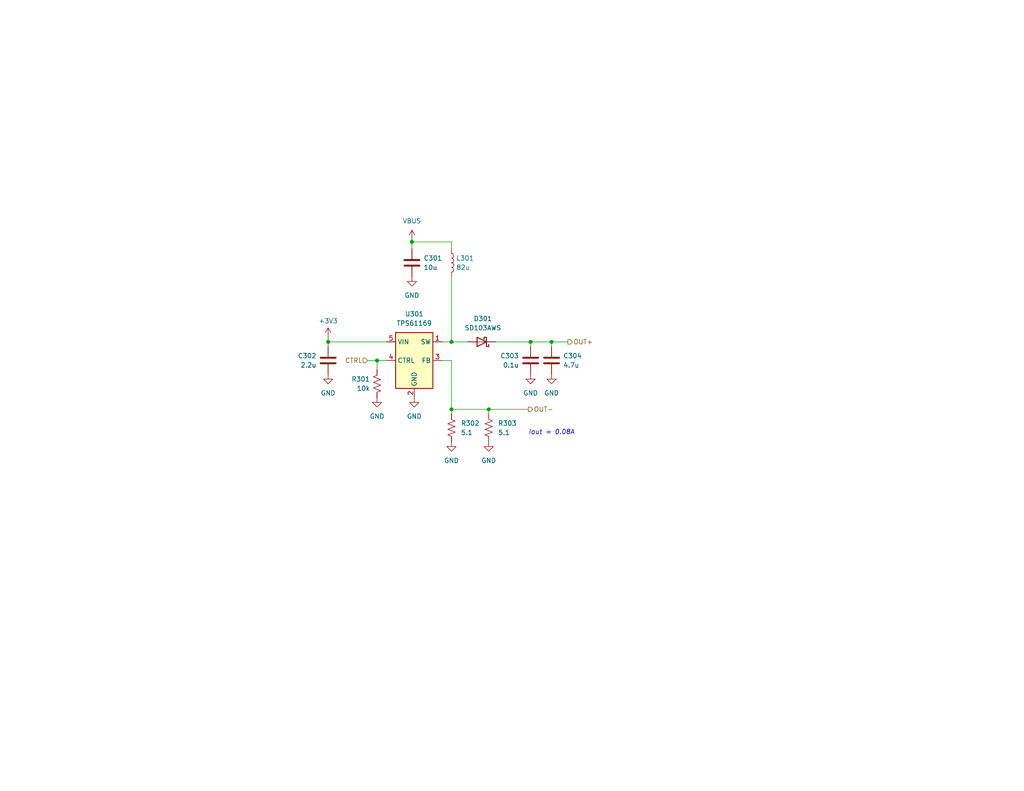
<source format=kicad_sch>
(kicad_sch
	(version 20250114)
	(generator "eeschema")
	(generator_version "9.0")
	(uuid "71852b84-0efb-4f34-b929-637ad00875b0")
	(paper "USLetter")
	(title_block
		(title "big scanlight driver pcb")
		(date "2025-11-09")
		(rev "1")
		(company "jackw01")
	)
	(lib_symbols
		(symbol "Device:C"
			(pin_numbers
				(hide yes)
			)
			(pin_names
				(offset 0.254)
			)
			(exclude_from_sim no)
			(in_bom yes)
			(on_board yes)
			(property "Reference" "C"
				(at 0.635 2.54 0)
				(effects
					(font
						(size 1.27 1.27)
					)
					(justify left)
				)
			)
			(property "Value" "C"
				(at 0.635 -2.54 0)
				(effects
					(font
						(size 1.27 1.27)
					)
					(justify left)
				)
			)
			(property "Footprint" ""
				(at 0.9652 -3.81 0)
				(effects
					(font
						(size 1.27 1.27)
					)
					(hide yes)
				)
			)
			(property "Datasheet" "~"
				(at 0 0 0)
				(effects
					(font
						(size 1.27 1.27)
					)
					(hide yes)
				)
			)
			(property "Description" "Unpolarized capacitor"
				(at 0 0 0)
				(effects
					(font
						(size 1.27 1.27)
					)
					(hide yes)
				)
			)
			(property "ki_keywords" "cap capacitor"
				(at 0 0 0)
				(effects
					(font
						(size 1.27 1.27)
					)
					(hide yes)
				)
			)
			(property "ki_fp_filters" "C_*"
				(at 0 0 0)
				(effects
					(font
						(size 1.27 1.27)
					)
					(hide yes)
				)
			)
			(symbol "C_0_1"
				(polyline
					(pts
						(xy -2.032 0.762) (xy 2.032 0.762)
					)
					(stroke
						(width 0.508)
						(type default)
					)
					(fill
						(type none)
					)
				)
				(polyline
					(pts
						(xy -2.032 -0.762) (xy 2.032 -0.762)
					)
					(stroke
						(width 0.508)
						(type default)
					)
					(fill
						(type none)
					)
				)
			)
			(symbol "C_1_1"
				(pin passive line
					(at 0 3.81 270)
					(length 2.794)
					(name "~"
						(effects
							(font
								(size 1.27 1.27)
							)
						)
					)
					(number "1"
						(effects
							(font
								(size 1.27 1.27)
							)
						)
					)
				)
				(pin passive line
					(at 0 -3.81 90)
					(length 2.794)
					(name "~"
						(effects
							(font
								(size 1.27 1.27)
							)
						)
					)
					(number "2"
						(effects
							(font
								(size 1.27 1.27)
							)
						)
					)
				)
			)
			(embedded_fonts no)
		)
		(symbol "Device:D_Schottky"
			(pin_numbers
				(hide yes)
			)
			(pin_names
				(offset 1.016)
				(hide yes)
			)
			(exclude_from_sim no)
			(in_bom yes)
			(on_board yes)
			(property "Reference" "D"
				(at 0 2.54 0)
				(effects
					(font
						(size 1.27 1.27)
					)
				)
			)
			(property "Value" "D_Schottky"
				(at 0 -2.54 0)
				(effects
					(font
						(size 1.27 1.27)
					)
				)
			)
			(property "Footprint" ""
				(at 0 0 0)
				(effects
					(font
						(size 1.27 1.27)
					)
					(hide yes)
				)
			)
			(property "Datasheet" "~"
				(at 0 0 0)
				(effects
					(font
						(size 1.27 1.27)
					)
					(hide yes)
				)
			)
			(property "Description" "Schottky diode"
				(at 0 0 0)
				(effects
					(font
						(size 1.27 1.27)
					)
					(hide yes)
				)
			)
			(property "ki_keywords" "diode Schottky"
				(at 0 0 0)
				(effects
					(font
						(size 1.27 1.27)
					)
					(hide yes)
				)
			)
			(property "ki_fp_filters" "TO-???* *_Diode_* *SingleDiode* D_*"
				(at 0 0 0)
				(effects
					(font
						(size 1.27 1.27)
					)
					(hide yes)
				)
			)
			(symbol "D_Schottky_0_1"
				(polyline
					(pts
						(xy -1.905 0.635) (xy -1.905 1.27) (xy -1.27 1.27) (xy -1.27 -1.27) (xy -0.635 -1.27) (xy -0.635 -0.635)
					)
					(stroke
						(width 0.254)
						(type default)
					)
					(fill
						(type none)
					)
				)
				(polyline
					(pts
						(xy 1.27 1.27) (xy 1.27 -1.27) (xy -1.27 0) (xy 1.27 1.27)
					)
					(stroke
						(width 0.254)
						(type default)
					)
					(fill
						(type none)
					)
				)
				(polyline
					(pts
						(xy 1.27 0) (xy -1.27 0)
					)
					(stroke
						(width 0)
						(type default)
					)
					(fill
						(type none)
					)
				)
			)
			(symbol "D_Schottky_1_1"
				(pin passive line
					(at -3.81 0 0)
					(length 2.54)
					(name "K"
						(effects
							(font
								(size 1.27 1.27)
							)
						)
					)
					(number "1"
						(effects
							(font
								(size 1.27 1.27)
							)
						)
					)
				)
				(pin passive line
					(at 3.81 0 180)
					(length 2.54)
					(name "A"
						(effects
							(font
								(size 1.27 1.27)
							)
						)
					)
					(number "2"
						(effects
							(font
								(size 1.27 1.27)
							)
						)
					)
				)
			)
			(embedded_fonts no)
		)
		(symbol "Device:L"
			(pin_numbers
				(hide yes)
			)
			(pin_names
				(offset 1.016)
				(hide yes)
			)
			(exclude_from_sim no)
			(in_bom yes)
			(on_board yes)
			(property "Reference" "L"
				(at -1.27 0 90)
				(effects
					(font
						(size 1.27 1.27)
					)
				)
			)
			(property "Value" "L"
				(at 1.905 0 90)
				(effects
					(font
						(size 1.27 1.27)
					)
				)
			)
			(property "Footprint" ""
				(at 0 0 0)
				(effects
					(font
						(size 1.27 1.27)
					)
					(hide yes)
				)
			)
			(property "Datasheet" "~"
				(at 0 0 0)
				(effects
					(font
						(size 1.27 1.27)
					)
					(hide yes)
				)
			)
			(property "Description" "Inductor"
				(at 0 0 0)
				(effects
					(font
						(size 1.27 1.27)
					)
					(hide yes)
				)
			)
			(property "ki_keywords" "inductor choke coil reactor magnetic"
				(at 0 0 0)
				(effects
					(font
						(size 1.27 1.27)
					)
					(hide yes)
				)
			)
			(property "ki_fp_filters" "Choke_* *Coil* Inductor_* L_*"
				(at 0 0 0)
				(effects
					(font
						(size 1.27 1.27)
					)
					(hide yes)
				)
			)
			(symbol "L_0_1"
				(arc
					(start 0 2.54)
					(mid 0.6323 1.905)
					(end 0 1.27)
					(stroke
						(width 0)
						(type default)
					)
					(fill
						(type none)
					)
				)
				(arc
					(start 0 1.27)
					(mid 0.6323 0.635)
					(end 0 0)
					(stroke
						(width 0)
						(type default)
					)
					(fill
						(type none)
					)
				)
				(arc
					(start 0 0)
					(mid 0.6323 -0.635)
					(end 0 -1.27)
					(stroke
						(width 0)
						(type default)
					)
					(fill
						(type none)
					)
				)
				(arc
					(start 0 -1.27)
					(mid 0.6323 -1.905)
					(end 0 -2.54)
					(stroke
						(width 0)
						(type default)
					)
					(fill
						(type none)
					)
				)
			)
			(symbol "L_1_1"
				(pin passive line
					(at 0 3.81 270)
					(length 1.27)
					(name "1"
						(effects
							(font
								(size 1.27 1.27)
							)
						)
					)
					(number "1"
						(effects
							(font
								(size 1.27 1.27)
							)
						)
					)
				)
				(pin passive line
					(at 0 -3.81 90)
					(length 1.27)
					(name "2"
						(effects
							(font
								(size 1.27 1.27)
							)
						)
					)
					(number "2"
						(effects
							(font
								(size 1.27 1.27)
							)
						)
					)
				)
			)
			(embedded_fonts no)
		)
		(symbol "Device:R_US"
			(pin_numbers
				(hide yes)
			)
			(pin_names
				(offset 0)
			)
			(exclude_from_sim no)
			(in_bom yes)
			(on_board yes)
			(property "Reference" "R"
				(at 2.54 0 90)
				(effects
					(font
						(size 1.27 1.27)
					)
				)
			)
			(property "Value" "R_US"
				(at -2.54 0 90)
				(effects
					(font
						(size 1.27 1.27)
					)
				)
			)
			(property "Footprint" ""
				(at 1.016 -0.254 90)
				(effects
					(font
						(size 1.27 1.27)
					)
					(hide yes)
				)
			)
			(property "Datasheet" "~"
				(at 0 0 0)
				(effects
					(font
						(size 1.27 1.27)
					)
					(hide yes)
				)
			)
			(property "Description" "Resistor, US symbol"
				(at 0 0 0)
				(effects
					(font
						(size 1.27 1.27)
					)
					(hide yes)
				)
			)
			(property "ki_keywords" "R res resistor"
				(at 0 0 0)
				(effects
					(font
						(size 1.27 1.27)
					)
					(hide yes)
				)
			)
			(property "ki_fp_filters" "R_*"
				(at 0 0 0)
				(effects
					(font
						(size 1.27 1.27)
					)
					(hide yes)
				)
			)
			(symbol "R_US_0_1"
				(polyline
					(pts
						(xy 0 2.286) (xy 0 2.54)
					)
					(stroke
						(width 0)
						(type default)
					)
					(fill
						(type none)
					)
				)
				(polyline
					(pts
						(xy 0 2.286) (xy 1.016 1.905) (xy 0 1.524) (xy -1.016 1.143) (xy 0 0.762)
					)
					(stroke
						(width 0)
						(type default)
					)
					(fill
						(type none)
					)
				)
				(polyline
					(pts
						(xy 0 0.762) (xy 1.016 0.381) (xy 0 0) (xy -1.016 -0.381) (xy 0 -0.762)
					)
					(stroke
						(width 0)
						(type default)
					)
					(fill
						(type none)
					)
				)
				(polyline
					(pts
						(xy 0 -0.762) (xy 1.016 -1.143) (xy 0 -1.524) (xy -1.016 -1.905) (xy 0 -2.286)
					)
					(stroke
						(width 0)
						(type default)
					)
					(fill
						(type none)
					)
				)
				(polyline
					(pts
						(xy 0 -2.286) (xy 0 -2.54)
					)
					(stroke
						(width 0)
						(type default)
					)
					(fill
						(type none)
					)
				)
			)
			(symbol "R_US_1_1"
				(pin passive line
					(at 0 3.81 270)
					(length 1.27)
					(name "~"
						(effects
							(font
								(size 1.27 1.27)
							)
						)
					)
					(number "1"
						(effects
							(font
								(size 1.27 1.27)
							)
						)
					)
				)
				(pin passive line
					(at 0 -3.81 90)
					(length 1.27)
					(name "~"
						(effects
							(font
								(size 1.27 1.27)
							)
						)
					)
					(number "2"
						(effects
							(font
								(size 1.27 1.27)
							)
						)
					)
				)
			)
			(embedded_fonts no)
		)
		(symbol "Driver_LED:TPS61165DBV"
			(exclude_from_sim no)
			(in_bom yes)
			(on_board yes)
			(property "Reference" "U101"
				(at 0 12.7 0)
				(effects
					(font
						(size 1.27 1.27)
					)
				)
			)
			(property "Value" "TPS61169"
				(at 0 10.16 0)
				(effects
					(font
						(size 1.27 1.27)
					)
				)
			)
			(property "Footprint" "Package_TO_SOT_SMD:SOT-23-6"
				(at 0 -20.32 0)
				(effects
					(font
						(size 1.27 1.27)
					)
					(hide yes)
				)
			)
			(property "Datasheet" "https://www.ti.com/lit/ds/symlink/tps61169.pdf"
				(at 0 -22.86 0)
				(effects
					(font
						(size 1.27 1.27)
					)
					(hide yes)
				)
			)
			(property "Description" ""
				(at 0 0 0)
				(effects
					(font
						(size 1.27 1.27)
					)
					(hide yes)
				)
			)
			(property "ki_keywords" "led backlight display driver"
				(at 0 0 0)
				(effects
					(font
						(size 1.27 1.27)
					)
					(hide yes)
				)
			)
			(property "ki_fp_filters" "SOT?23*"
				(at 0 0 0)
				(effects
					(font
						(size 1.27 1.27)
					)
					(hide yes)
				)
			)
			(symbol "TPS61165DBV_1_1"
				(rectangle
					(start -5.08 7.62)
					(end 5.08 -7.62)
					(stroke
						(width 0.254)
						(type default)
					)
					(fill
						(type background)
					)
				)
				(pin power_in line
					(at -7.62 5.08 0)
					(length 2.54)
					(name "VIN"
						(effects
							(font
								(size 1.27 1.27)
							)
						)
					)
					(number "5"
						(effects
							(font
								(size 1.27 1.27)
							)
						)
					)
				)
				(pin input line
					(at -7.62 0 0)
					(length 2.54)
					(name "CTRL"
						(effects
							(font
								(size 1.27 1.27)
							)
						)
					)
					(number "4"
						(effects
							(font
								(size 1.27 1.27)
							)
						)
					)
				)
				(pin power_in line
					(at 0 -10.16 90)
					(length 2.54)
					(name "GND"
						(effects
							(font
								(size 1.27 1.27)
							)
						)
					)
					(number "2"
						(effects
							(font
								(size 1.27 1.27)
							)
						)
					)
				)
				(pin output line
					(at 7.62 5.08 180)
					(length 2.54)
					(name "SW"
						(effects
							(font
								(size 1.27 1.27)
							)
						)
					)
					(number "1"
						(effects
							(font
								(size 1.27 1.27)
							)
						)
					)
				)
				(pin input line
					(at 7.62 0 180)
					(length 2.54)
					(name "FB"
						(effects
							(font
								(size 1.27 1.27)
							)
						)
					)
					(number "3"
						(effects
							(font
								(size 1.27 1.27)
							)
						)
					)
				)
			)
			(embedded_fonts no)
		)
		(symbol "power:+3V3"
			(power)
			(pin_numbers
				(hide yes)
			)
			(pin_names
				(offset 0)
				(hide yes)
			)
			(exclude_from_sim no)
			(in_bom yes)
			(on_board yes)
			(property "Reference" "#PWR"
				(at 0 -3.81 0)
				(effects
					(font
						(size 1.27 1.27)
					)
					(hide yes)
				)
			)
			(property "Value" "+3V3"
				(at 0 3.556 0)
				(effects
					(font
						(size 1.27 1.27)
					)
				)
			)
			(property "Footprint" ""
				(at 0 0 0)
				(effects
					(font
						(size 1.27 1.27)
					)
					(hide yes)
				)
			)
			(property "Datasheet" ""
				(at 0 0 0)
				(effects
					(font
						(size 1.27 1.27)
					)
					(hide yes)
				)
			)
			(property "Description" "Power symbol creates a global label with name \"+3V3\""
				(at 0 0 0)
				(effects
					(font
						(size 1.27 1.27)
					)
					(hide yes)
				)
			)
			(property "ki_keywords" "global power"
				(at 0 0 0)
				(effects
					(font
						(size 1.27 1.27)
					)
					(hide yes)
				)
			)
			(symbol "+3V3_0_1"
				(polyline
					(pts
						(xy -0.762 1.27) (xy 0 2.54)
					)
					(stroke
						(width 0)
						(type default)
					)
					(fill
						(type none)
					)
				)
				(polyline
					(pts
						(xy 0 2.54) (xy 0.762 1.27)
					)
					(stroke
						(width 0)
						(type default)
					)
					(fill
						(type none)
					)
				)
				(polyline
					(pts
						(xy 0 0) (xy 0 2.54)
					)
					(stroke
						(width 0)
						(type default)
					)
					(fill
						(type none)
					)
				)
			)
			(symbol "+3V3_1_1"
				(pin power_in line
					(at 0 0 90)
					(length 0)
					(name "~"
						(effects
							(font
								(size 1.27 1.27)
							)
						)
					)
					(number "1"
						(effects
							(font
								(size 1.27 1.27)
							)
						)
					)
				)
			)
			(embedded_fonts no)
		)
		(symbol "power:GND"
			(power)
			(pin_names
				(offset 0)
			)
			(exclude_from_sim no)
			(in_bom yes)
			(on_board yes)
			(property "Reference" "#PWR"
				(at 0 -6.35 0)
				(effects
					(font
						(size 1.27 1.27)
					)
					(hide yes)
				)
			)
			(property "Value" "GND"
				(at 0 -3.81 0)
				(effects
					(font
						(size 1.27 1.27)
					)
				)
			)
			(property "Footprint" ""
				(at 0 0 0)
				(effects
					(font
						(size 1.27 1.27)
					)
					(hide yes)
				)
			)
			(property "Datasheet" ""
				(at 0 0 0)
				(effects
					(font
						(size 1.27 1.27)
					)
					(hide yes)
				)
			)
			(property "Description" "Power symbol creates a global label with name \"GND\" , ground"
				(at 0 0 0)
				(effects
					(font
						(size 1.27 1.27)
					)
					(hide yes)
				)
			)
			(property "ki_keywords" "global power"
				(at 0 0 0)
				(effects
					(font
						(size 1.27 1.27)
					)
					(hide yes)
				)
			)
			(symbol "GND_0_1"
				(polyline
					(pts
						(xy 0 0) (xy 0 -1.27) (xy 1.27 -1.27) (xy 0 -2.54) (xy -1.27 -1.27) (xy 0 -1.27)
					)
					(stroke
						(width 0)
						(type default)
					)
					(fill
						(type none)
					)
				)
			)
			(symbol "GND_1_1"
				(pin power_in line
					(at 0 0 270)
					(length 0)
					(hide yes)
					(name "GND"
						(effects
							(font
								(size 1.27 1.27)
							)
						)
					)
					(number "1"
						(effects
							(font
								(size 1.27 1.27)
							)
						)
					)
				)
			)
			(embedded_fonts no)
		)
		(symbol "power:VBUS"
			(power)
			(pin_numbers
				(hide yes)
			)
			(pin_names
				(offset 0)
				(hide yes)
			)
			(exclude_from_sim no)
			(in_bom yes)
			(on_board yes)
			(property "Reference" "#PWR"
				(at 0 -3.81 0)
				(effects
					(font
						(size 1.27 1.27)
					)
					(hide yes)
				)
			)
			(property "Value" "VBUS"
				(at 0 3.556 0)
				(effects
					(font
						(size 1.27 1.27)
					)
				)
			)
			(property "Footprint" ""
				(at 0 0 0)
				(effects
					(font
						(size 1.27 1.27)
					)
					(hide yes)
				)
			)
			(property "Datasheet" ""
				(at 0 0 0)
				(effects
					(font
						(size 1.27 1.27)
					)
					(hide yes)
				)
			)
			(property "Description" "Power symbol creates a global label with name \"VBUS\""
				(at 0 0 0)
				(effects
					(font
						(size 1.27 1.27)
					)
					(hide yes)
				)
			)
			(property "ki_keywords" "global power"
				(at 0 0 0)
				(effects
					(font
						(size 1.27 1.27)
					)
					(hide yes)
				)
			)
			(symbol "VBUS_0_1"
				(polyline
					(pts
						(xy -0.762 1.27) (xy 0 2.54)
					)
					(stroke
						(width 0)
						(type default)
					)
					(fill
						(type none)
					)
				)
				(polyline
					(pts
						(xy 0 2.54) (xy 0.762 1.27)
					)
					(stroke
						(width 0)
						(type default)
					)
					(fill
						(type none)
					)
				)
				(polyline
					(pts
						(xy 0 0) (xy 0 2.54)
					)
					(stroke
						(width 0)
						(type default)
					)
					(fill
						(type none)
					)
				)
			)
			(symbol "VBUS_1_1"
				(pin power_in line
					(at 0 0 90)
					(length 0)
					(name "~"
						(effects
							(font
								(size 1.27 1.27)
							)
						)
					)
					(number "1"
						(effects
							(font
								(size 1.27 1.27)
							)
						)
					)
				)
			)
			(embedded_fonts no)
		)
	)
	(text "Iout = 0.08A"
		(exclude_from_sim no)
		(at 150.495 118.11 0)
		(effects
			(font
				(size 1.27 1.27)
				(italic yes)
			)
		)
		(uuid "978cd515-5c34-4909-bdfd-2f619ba1928b")
	)
	(junction
		(at 102.87 98.425)
		(diameter 0)
		(color 0 0 0 0)
		(uuid "01019d85-fcae-4738-ae4b-9ee255ecdc19")
	)
	(junction
		(at 150.495 93.345)
		(diameter 0)
		(color 0 0 0 0)
		(uuid "0a028ae3-0620-4c1c-bb4c-0b665f5a5664")
	)
	(junction
		(at 123.19 93.345)
		(diameter 0)
		(color 0 0 0 0)
		(uuid "366fcb88-32c3-40b0-8e82-b31b1d55126e")
	)
	(junction
		(at 133.35 111.76)
		(diameter 0)
		(color 0 0 0 0)
		(uuid "7a595637-0c15-4ee4-9663-0573568c6d18")
	)
	(junction
		(at 112.395 66.04)
		(diameter 0)
		(color 0 0 0 0)
		(uuid "a7e6e641-10e2-40e0-995f-37fe3b77c46d")
	)
	(junction
		(at 144.78 93.345)
		(diameter 0)
		(color 0 0 0 0)
		(uuid "aa3e54cd-a1c7-4fe5-a210-bf59c1c8c865")
	)
	(junction
		(at 123.19 111.76)
		(diameter 0)
		(color 0 0 0 0)
		(uuid "ab04c1b9-aa84-4fcf-b6cc-1395271f55f0")
	)
	(junction
		(at 89.535 93.345)
		(diameter 0)
		(color 0 0 0 0)
		(uuid "fea779b3-cd9f-4619-9d35-626015e72e4a")
	)
	(wire
		(pts
			(xy 102.87 98.425) (xy 105.41 98.425)
		)
		(stroke
			(width 0)
			(type default)
		)
		(uuid "0345fb10-a6aa-4064-b901-c0cbdd5f8a83")
	)
	(wire
		(pts
			(xy 150.495 93.345) (xy 150.495 94.615)
		)
		(stroke
			(width 0)
			(type default)
		)
		(uuid "05509968-5912-40ef-9f14-15c68914cb77")
	)
	(wire
		(pts
			(xy 123.19 98.425) (xy 123.19 111.76)
		)
		(stroke
			(width 0)
			(type default)
		)
		(uuid "0ea59cc5-605a-454d-a482-f91dbeb22f41")
	)
	(wire
		(pts
			(xy 120.65 98.425) (xy 123.19 98.425)
		)
		(stroke
			(width 0)
			(type default)
		)
		(uuid "1524039d-ceb3-49c4-915a-082fe33c5dc1")
	)
	(wire
		(pts
			(xy 123.19 75.565) (xy 123.19 93.345)
		)
		(stroke
			(width 0)
			(type default)
		)
		(uuid "245497b1-5fcd-43c0-bce6-c164e6c18161")
	)
	(wire
		(pts
			(xy 89.535 92.075) (xy 89.535 93.345)
		)
		(stroke
			(width 0)
			(type default)
		)
		(uuid "28007ddd-5dac-4502-84c4-0d25e882db8b")
	)
	(wire
		(pts
			(xy 112.395 67.945) (xy 112.395 66.04)
		)
		(stroke
			(width 0)
			(type default)
		)
		(uuid "293b61bb-4114-49e9-bfc4-72e2ab1cc2e1")
	)
	(wire
		(pts
			(xy 123.19 111.76) (xy 133.35 111.76)
		)
		(stroke
			(width 0)
			(type default)
		)
		(uuid "30d804df-da41-4637-afbc-d35e2da39235")
	)
	(wire
		(pts
			(xy 144.78 93.345) (xy 150.495 93.345)
		)
		(stroke
			(width 0)
			(type default)
		)
		(uuid "7b795ac4-e61c-4565-92fb-a24409c90fd9")
	)
	(wire
		(pts
			(xy 133.35 111.76) (xy 144.145 111.76)
		)
		(stroke
			(width 0)
			(type default)
		)
		(uuid "7e4bb65d-9266-4e74-852d-d161a8013357")
	)
	(wire
		(pts
			(xy 133.35 111.76) (xy 133.35 113.03)
		)
		(stroke
			(width 0)
			(type default)
		)
		(uuid "8c0d5726-a83f-4969-88fc-a9894877c162")
	)
	(wire
		(pts
			(xy 89.535 93.345) (xy 105.41 93.345)
		)
		(stroke
			(width 0)
			(type default)
		)
		(uuid "afa40ec4-af55-4773-aed3-eea0f89fa5c9")
	)
	(wire
		(pts
			(xy 144.78 93.345) (xy 144.78 94.615)
		)
		(stroke
			(width 0)
			(type default)
		)
		(uuid "b6e9eb1c-e4a4-4247-a013-3c8b04426b7a")
	)
	(wire
		(pts
			(xy 123.19 93.345) (xy 127.635 93.345)
		)
		(stroke
			(width 0)
			(type default)
		)
		(uuid "c25ae7c6-ecd0-4cd0-b7fa-a47486553dd5")
	)
	(wire
		(pts
			(xy 100.33 98.425) (xy 102.87 98.425)
		)
		(stroke
			(width 0)
			(type default)
		)
		(uuid "c501da14-0f6b-4913-8271-95c29f889be1")
	)
	(wire
		(pts
			(xy 112.395 65.405) (xy 112.395 66.04)
		)
		(stroke
			(width 0)
			(type default)
		)
		(uuid "c6b304c9-9d4d-4254-8256-dc02e98e41ff")
	)
	(wire
		(pts
			(xy 123.19 111.76) (xy 123.19 113.03)
		)
		(stroke
			(width 0)
			(type default)
		)
		(uuid "cd0a9715-11f2-410d-9f65-1be5e3645246")
	)
	(wire
		(pts
			(xy 112.395 66.04) (xy 123.19 66.04)
		)
		(stroke
			(width 0)
			(type default)
		)
		(uuid "da86c07b-c9ab-43eb-a80a-2856acc0ab57")
	)
	(wire
		(pts
			(xy 150.495 93.345) (xy 154.94 93.345)
		)
		(stroke
			(width 0)
			(type default)
		)
		(uuid "e13a36f1-8934-402e-983b-5d230f101c1d")
	)
	(wire
		(pts
			(xy 102.87 98.425) (xy 102.87 100.965)
		)
		(stroke
			(width 0)
			(type default)
		)
		(uuid "f49c17cd-a109-4129-9fa5-c74dbbeeba7d")
	)
	(wire
		(pts
			(xy 89.535 93.345) (xy 89.535 94.615)
		)
		(stroke
			(width 0)
			(type default)
		)
		(uuid "f5aac8c0-482f-4a8d-ab02-82a2a00482bc")
	)
	(wire
		(pts
			(xy 123.19 66.04) (xy 123.19 67.945)
		)
		(stroke
			(width 0)
			(type default)
		)
		(uuid "f7bc2a96-9d2d-405c-b5af-45558627b103")
	)
	(wire
		(pts
			(xy 123.19 93.345) (xy 120.65 93.345)
		)
		(stroke
			(width 0)
			(type default)
		)
		(uuid "fc079535-35a2-4c9b-b3c9-0f76c860486e")
	)
	(wire
		(pts
			(xy 135.255 93.345) (xy 144.78 93.345)
		)
		(stroke
			(width 0)
			(type default)
		)
		(uuid "fffde93d-2b07-42c3-b9ff-f694e9774d19")
	)
	(hierarchical_label "OUT+"
		(shape output)
		(at 154.94 93.345 0)
		(effects
			(font
				(size 1.27 1.27)
			)
			(justify left)
		)
		(uuid "34f2a073-67f3-41e6-ba7d-bc38db8435a1")
	)
	(hierarchical_label "OUT-"
		(shape output)
		(at 144.145 111.76 0)
		(effects
			(font
				(size 1.27 1.27)
			)
			(justify left)
		)
		(uuid "7818d8cf-5a9e-45c8-8693-6213eef67747")
	)
	(hierarchical_label "CTRL"
		(shape input)
		(at 100.33 98.425 180)
		(effects
			(font
				(size 1.27 1.27)
			)
			(justify right)
		)
		(uuid "d0aaf80c-71eb-40be-9c7a-cea409b1be45")
	)
	(symbol
		(lib_id "power:+3V3")
		(at 89.535 92.075 0)
		(unit 1)
		(exclude_from_sim no)
		(in_bom yes)
		(on_board yes)
		(dnp no)
		(uuid "1242f1b0-70fe-4969-87e3-7262b33e837d")
		(property "Reference" "#PWR0303"
			(at 89.535 95.885 0)
			(effects
				(font
					(size 1.27 1.27)
				)
				(hide yes)
			)
		)
		(property "Value" "+3V3"
			(at 89.535 87.63 0)
			(effects
				(font
					(size 1.27 1.27)
				)
			)
		)
		(property "Footprint" ""
			(at 89.535 92.075 0)
			(effects
				(font
					(size 1.27 1.27)
				)
				(hide yes)
			)
		)
		(property "Datasheet" ""
			(at 89.535 92.075 0)
			(effects
				(font
					(size 1.27 1.27)
				)
				(hide yes)
			)
		)
		(property "Description" "Power symbol creates a global label with name \"+3V3\""
			(at 89.535 92.075 0)
			(effects
				(font
					(size 0.5 0.5)
				)
				(hide yes)
			)
		)
		(pin "1"
			(uuid "caadf492-092e-482b-a614-e6f7fe8589e1")
		)
		(instances
			(project "bsl_drv_v1"
				(path "/92dcf209-7a44-4881-9fce-a886e8204ab3/2bda8f23-be3f-4bf7-b6c3-665170dbe810"
					(reference "#PWR0303")
					(unit 1)
				)
				(path "/92dcf209-7a44-4881-9fce-a886e8204ab3/39560492-cbe6-452b-b868-17a002a006be"
					(reference "#PWR0503")
					(unit 1)
				)
				(path "/92dcf209-7a44-4881-9fce-a886e8204ab3/61f92758-ef38-49bb-b97f-608c9b0b9c1a"
					(reference "#PWR01103")
					(unit 1)
				)
				(path "/92dcf209-7a44-4881-9fce-a886e8204ab3/7682303d-ea09-4729-92b0-e5cd7fd63d4a"
					(reference "#PWR0403")
					(unit 1)
				)
				(path "/92dcf209-7a44-4881-9fce-a886e8204ab3/96d7c7ab-3040-4b13-af37-0c01665cfea0"
					(reference "#PWR0803")
					(unit 1)
				)
				(path "/92dcf209-7a44-4881-9fce-a886e8204ab3/9d2ec521-5228-4a55-8f42-1a74609a1a13"
					(reference "#PWR01003")
					(unit 1)
				)
				(path "/92dcf209-7a44-4881-9fce-a886e8204ab3/acd78a7a-dcfd-4ee0-8880-bf887780056d"
					(reference "#PWR0603")
					(unit 1)
				)
				(path "/92dcf209-7a44-4881-9fce-a886e8204ab3/e5e5896f-7481-4f01-a88d-8ee74f8a7a48"
					(reference "#PWR0903")
					(unit 1)
				)
				(path "/92dcf209-7a44-4881-9fce-a886e8204ab3/e7f3b4a4-22f8-4feb-9d18-68c60411e5a1"
					(reference "#PWR0703")
					(unit 1)
				)
			)
		)
	)
	(symbol
		(lib_id "power:GND")
		(at 123.19 120.65 0)
		(unit 1)
		(exclude_from_sim no)
		(in_bom yes)
		(on_board yes)
		(dnp no)
		(uuid "1c4ebd71-0671-40c5-8d34-9e66436d0382")
		(property "Reference" "#PWR0309"
			(at 123.19 127 0)
			(effects
				(font
					(size 1.27 1.27)
				)
				(hide yes)
			)
		)
		(property "Value" "GND"
			(at 123.19 125.73 0)
			(effects
				(font
					(size 1.27 1.27)
				)
			)
		)
		(property "Footprint" ""
			(at 123.19 120.65 0)
			(effects
				(font
					(size 1.27 1.27)
				)
				(hide yes)
			)
		)
		(property "Datasheet" ""
			(at 123.19 120.65 0)
			(effects
				(font
					(size 1.27 1.27)
				)
				(hide yes)
			)
		)
		(property "Description" ""
			(at 123.19 120.65 0)
			(effects
				(font
					(size 0.5 0.5)
				)
				(hide yes)
			)
		)
		(pin "1"
			(uuid "80d99563-95cd-49b8-b8ea-c2eb557dacbe")
		)
		(instances
			(project "bsl_drv_v1"
				(path "/92dcf209-7a44-4881-9fce-a886e8204ab3/2bda8f23-be3f-4bf7-b6c3-665170dbe810"
					(reference "#PWR0309")
					(unit 1)
				)
				(path "/92dcf209-7a44-4881-9fce-a886e8204ab3/39560492-cbe6-452b-b868-17a002a006be"
					(reference "#PWR0509")
					(unit 1)
				)
				(path "/92dcf209-7a44-4881-9fce-a886e8204ab3/61f92758-ef38-49bb-b97f-608c9b0b9c1a"
					(reference "#PWR01109")
					(unit 1)
				)
				(path "/92dcf209-7a44-4881-9fce-a886e8204ab3/7682303d-ea09-4729-92b0-e5cd7fd63d4a"
					(reference "#PWR0409")
					(unit 1)
				)
				(path "/92dcf209-7a44-4881-9fce-a886e8204ab3/96d7c7ab-3040-4b13-af37-0c01665cfea0"
					(reference "#PWR0809")
					(unit 1)
				)
				(path "/92dcf209-7a44-4881-9fce-a886e8204ab3/9d2ec521-5228-4a55-8f42-1a74609a1a13"
					(reference "#PWR01009")
					(unit 1)
				)
				(path "/92dcf209-7a44-4881-9fce-a886e8204ab3/acd78a7a-dcfd-4ee0-8880-bf887780056d"
					(reference "#PWR0609")
					(unit 1)
				)
				(path "/92dcf209-7a44-4881-9fce-a886e8204ab3/e5e5896f-7481-4f01-a88d-8ee74f8a7a48"
					(reference "#PWR0909")
					(unit 1)
				)
				(path "/92dcf209-7a44-4881-9fce-a886e8204ab3/e7f3b4a4-22f8-4feb-9d18-68c60411e5a1"
					(reference "#PWR0709")
					(unit 1)
				)
			)
		)
	)
	(symbol
		(lib_id "Device:R_US")
		(at 123.19 116.84 0)
		(unit 1)
		(exclude_from_sim no)
		(in_bom yes)
		(on_board yes)
		(dnp no)
		(fields_autoplaced yes)
		(uuid "210f3d3a-cca0-4f57-9b7f-c0da9a062af5")
		(property "Reference" "R302"
			(at 125.73 115.5699 0)
			(effects
				(font
					(size 1.27 1.27)
				)
				(justify left)
			)
		)
		(property "Value" "5.1"
			(at 125.73 118.1099 0)
			(effects
				(font
					(size 1.27 1.27)
				)
				(justify left)
			)
		)
		(property "Footprint" "Resistor_SMD:R_0603_1608Metric"
			(at 124.206 117.094 90)
			(effects
				(font
					(size 1.27 1.27)
				)
				(hide yes)
			)
		)
		(property "Datasheet" "~"
			(at 123.19 116.84 0)
			(effects
				(font
					(size 1.27 1.27)
				)
				(hide yes)
			)
		)
		(property "Description" "RES THICK FILM 1%"
			(at 123.19 116.84 0)
			(effects
				(font
					(size 0.5 0.5)
				)
				(hide yes)
			)
		)
		(property "LCSC" "C25197"
			(at 123.19 116.84 0)
			(effects
				(font
					(size 1.27 1.27)
				)
				(hide yes)
			)
		)
		(property "MPN" "0603WAF510KT5E"
			(at 123.19 116.84 0)
			(effects
				(font
					(size 1.27 1.27)
				)
				(hide yes)
			)
		)
		(property "JLCPCB Basic" "Y"
			(at 123.19 116.84 0)
			(effects
				(font
					(size 1.27 1.27)
				)
				(hide yes)
			)
		)
		(pin "1"
			(uuid "49fe25f6-3811-4477-b9d2-4d2eb660357b")
		)
		(pin "2"
			(uuid "afa69ff5-b112-4bbe-80da-122f2b4c0a0d")
		)
		(instances
			(project "bsl_drv_v1"
				(path "/92dcf209-7a44-4881-9fce-a886e8204ab3/2bda8f23-be3f-4bf7-b6c3-665170dbe810"
					(reference "R302")
					(unit 1)
				)
				(path "/92dcf209-7a44-4881-9fce-a886e8204ab3/39560492-cbe6-452b-b868-17a002a006be"
					(reference "R502")
					(unit 1)
				)
				(path "/92dcf209-7a44-4881-9fce-a886e8204ab3/61f92758-ef38-49bb-b97f-608c9b0b9c1a"
					(reference "R1102")
					(unit 1)
				)
				(path "/92dcf209-7a44-4881-9fce-a886e8204ab3/7682303d-ea09-4729-92b0-e5cd7fd63d4a"
					(reference "R402")
					(unit 1)
				)
				(path "/92dcf209-7a44-4881-9fce-a886e8204ab3/96d7c7ab-3040-4b13-af37-0c01665cfea0"
					(reference "R802")
					(unit 1)
				)
				(path "/92dcf209-7a44-4881-9fce-a886e8204ab3/9d2ec521-5228-4a55-8f42-1a74609a1a13"
					(reference "R1002")
					(unit 1)
				)
				(path "/92dcf209-7a44-4881-9fce-a886e8204ab3/acd78a7a-dcfd-4ee0-8880-bf887780056d"
					(reference "R602")
					(unit 1)
				)
				(path "/92dcf209-7a44-4881-9fce-a886e8204ab3/e5e5896f-7481-4f01-a88d-8ee74f8a7a48"
					(reference "R902")
					(unit 1)
				)
				(path "/92dcf209-7a44-4881-9fce-a886e8204ab3/e7f3b4a4-22f8-4feb-9d18-68c60411e5a1"
					(reference "R702")
					(unit 1)
				)
			)
		)
	)
	(symbol
		(lib_id "power:GND")
		(at 144.78 102.235 0)
		(unit 1)
		(exclude_from_sim no)
		(in_bom yes)
		(on_board yes)
		(dnp no)
		(uuid "2fcfcf06-d275-4e04-8a88-66bfe9befe2e")
		(property "Reference" "#PWR0305"
			(at 144.78 108.585 0)
			(effects
				(font
					(size 1.27 1.27)
				)
				(hide yes)
			)
		)
		(property "Value" "GND"
			(at 144.78 107.315 0)
			(effects
				(font
					(size 1.27 1.27)
				)
			)
		)
		(property "Footprint" ""
			(at 144.78 102.235 0)
			(effects
				(font
					(size 1.27 1.27)
				)
				(hide yes)
			)
		)
		(property "Datasheet" ""
			(at 144.78 102.235 0)
			(effects
				(font
					(size 1.27 1.27)
				)
				(hide yes)
			)
		)
		(property "Description" ""
			(at 144.78 102.235 0)
			(effects
				(font
					(size 0.5 0.5)
				)
				(hide yes)
			)
		)
		(pin "1"
			(uuid "267c1e5d-4b54-4a92-928c-6bfcd6ef7ab9")
		)
		(instances
			(project "bsl_drv_v1"
				(path "/92dcf209-7a44-4881-9fce-a886e8204ab3/2bda8f23-be3f-4bf7-b6c3-665170dbe810"
					(reference "#PWR0305")
					(unit 1)
				)
				(path "/92dcf209-7a44-4881-9fce-a886e8204ab3/39560492-cbe6-452b-b868-17a002a006be"
					(reference "#PWR0505")
					(unit 1)
				)
				(path "/92dcf209-7a44-4881-9fce-a886e8204ab3/61f92758-ef38-49bb-b97f-608c9b0b9c1a"
					(reference "#PWR01105")
					(unit 1)
				)
				(path "/92dcf209-7a44-4881-9fce-a886e8204ab3/7682303d-ea09-4729-92b0-e5cd7fd63d4a"
					(reference "#PWR0405")
					(unit 1)
				)
				(path "/92dcf209-7a44-4881-9fce-a886e8204ab3/96d7c7ab-3040-4b13-af37-0c01665cfea0"
					(reference "#PWR0805")
					(unit 1)
				)
				(path "/92dcf209-7a44-4881-9fce-a886e8204ab3/9d2ec521-5228-4a55-8f42-1a74609a1a13"
					(reference "#PWR01005")
					(unit 1)
				)
				(path "/92dcf209-7a44-4881-9fce-a886e8204ab3/acd78a7a-dcfd-4ee0-8880-bf887780056d"
					(reference "#PWR0605")
					(unit 1)
				)
				(path "/92dcf209-7a44-4881-9fce-a886e8204ab3/e5e5896f-7481-4f01-a88d-8ee74f8a7a48"
					(reference "#PWR0905")
					(unit 1)
				)
				(path "/92dcf209-7a44-4881-9fce-a886e8204ab3/e7f3b4a4-22f8-4feb-9d18-68c60411e5a1"
					(reference "#PWR0705")
					(unit 1)
				)
			)
		)
	)
	(symbol
		(lib_id "Device:L")
		(at 123.19 71.755 0)
		(unit 1)
		(exclude_from_sim no)
		(in_bom yes)
		(on_board yes)
		(dnp no)
		(fields_autoplaced yes)
		(uuid "3d0aa448-2bb6-48d2-b9ad-0647b81ed47f")
		(property "Reference" "L301"
			(at 124.46 70.4849 0)
			(effects
				(font
					(size 1.27 1.27)
				)
				(justify left)
			)
		)
		(property "Value" "82u"
			(at 124.46 73.0249 0)
			(effects
				(font
					(size 1.27 1.27)
				)
				(justify left)
			)
		)
		(property "Footprint" "Inductor_SMD:L_Sunlord_SWPA6028S"
			(at 123.19 71.755 0)
			(effects
				(font
					(size 1.27 1.27)
				)
				(hide yes)
			)
		)
		(property "Datasheet" "~"
			(at 123.19 71.755 0)
			(effects
				(font
					(size 1.27 1.27)
				)
				(hide yes)
			)
		)
		(property "Description" ""
			(at 123.19 71.755 0)
			(effects
				(font
					(size 0.5 0.5)
				)
				(hide yes)
			)
		)
		(property "LCSC" "C7588760"
			(at 123.19 71.755 0)
			(effects
				(font
					(size 1.27 1.27)
				)
				(hide yes)
			)
		)
		(property "MPN" "CR6028-820M"
			(at 123.19 71.755 0)
			(effects
				(font
					(size 1.27 1.27)
				)
				(hide yes)
			)
		)
		(property "JLCPCB Basic" ""
			(at 123.19 71.755 0)
			(effects
				(font
					(size 1.27 1.27)
				)
				(hide yes)
			)
		)
		(pin "1"
			(uuid "e69105e4-755b-43f8-a1f7-71e83934b8a3")
		)
		(pin "2"
			(uuid "8252e079-4191-42b6-9a52-e344cfe30e6b")
		)
		(instances
			(project "bsl_drv_v1"
				(path "/92dcf209-7a44-4881-9fce-a886e8204ab3/2bda8f23-be3f-4bf7-b6c3-665170dbe810"
					(reference "L301")
					(unit 1)
				)
				(path "/92dcf209-7a44-4881-9fce-a886e8204ab3/39560492-cbe6-452b-b868-17a002a006be"
					(reference "L501")
					(unit 1)
				)
				(path "/92dcf209-7a44-4881-9fce-a886e8204ab3/61f92758-ef38-49bb-b97f-608c9b0b9c1a"
					(reference "L1101")
					(unit 1)
				)
				(path "/92dcf209-7a44-4881-9fce-a886e8204ab3/7682303d-ea09-4729-92b0-e5cd7fd63d4a"
					(reference "L401")
					(unit 1)
				)
				(path "/92dcf209-7a44-4881-9fce-a886e8204ab3/96d7c7ab-3040-4b13-af37-0c01665cfea0"
					(reference "L801")
					(unit 1)
				)
				(path "/92dcf209-7a44-4881-9fce-a886e8204ab3/9d2ec521-5228-4a55-8f42-1a74609a1a13"
					(reference "L1001")
					(unit 1)
				)
				(path "/92dcf209-7a44-4881-9fce-a886e8204ab3/acd78a7a-dcfd-4ee0-8880-bf887780056d"
					(reference "L601")
					(unit 1)
				)
				(path "/92dcf209-7a44-4881-9fce-a886e8204ab3/e5e5896f-7481-4f01-a88d-8ee74f8a7a48"
					(reference "L901")
					(unit 1)
				)
				(path "/92dcf209-7a44-4881-9fce-a886e8204ab3/e7f3b4a4-22f8-4feb-9d18-68c60411e5a1"
					(reference "L701")
					(unit 1)
				)
			)
		)
	)
	(symbol
		(lib_id "Device:C")
		(at 150.495 98.425 0)
		(unit 1)
		(exclude_from_sim no)
		(in_bom yes)
		(on_board yes)
		(dnp no)
		(fields_autoplaced yes)
		(uuid "4259216b-d917-4aeb-b7c7-27fb3c729bb1")
		(property "Reference" "C304"
			(at 153.67 97.1549 0)
			(effects
				(font
					(size 1.27 1.27)
				)
				(justify left)
			)
		)
		(property "Value" "4.7u"
			(at 153.67 99.6949 0)
			(effects
				(font
					(size 1.27 1.27)
				)
				(justify left)
			)
		)
		(property "Footprint" "Capacitor_SMD:C_1206_3216Metric"
			(at 151.4602 102.235 0)
			(effects
				(font
					(size 1.27 1.27)
				)
				(hide yes)
			)
		)
		(property "Datasheet" "~"
			(at 150.495 98.425 0)
			(effects
				(font
					(size 1.27 1.27)
				)
				(hide yes)
			)
		)
		(property "Description" ""
			(at 150.495 98.425 0)
			(effects
				(font
					(size 0.5 0.5)
				)
				(hide yes)
			)
		)
		(property "MPN" "1206B475K500NT"
			(at 150.495 98.425 0)
			(effects
				(font
					(size 1.27 1.27)
				)
				(hide yes)
			)
		)
		(property "Manufacturer" ""
			(at 150.495 98.425 0)
			(effects
				(font
					(size 1.27 1.27)
				)
				(hide yes)
			)
		)
		(property "LCSC" "C29823"
			(at 150.495 98.425 0)
			(effects
				(font
					(size 1.27 1.27)
				)
				(hide yes)
			)
		)
		(property "JLCPCB Basic" "Y"
			(at 150.495 98.425 0)
			(effects
				(font
					(size 1.27 1.27)
				)
				(hide yes)
			)
		)
		(pin "1"
			(uuid "bd64f671-b7de-43ab-b589-fb0146811190")
		)
		(pin "2"
			(uuid "1a4b63c2-a76f-4396-ab7d-003589e86275")
		)
		(instances
			(project "bsl_drv_v1"
				(path "/92dcf209-7a44-4881-9fce-a886e8204ab3/2bda8f23-be3f-4bf7-b6c3-665170dbe810"
					(reference "C304")
					(unit 1)
				)
				(path "/92dcf209-7a44-4881-9fce-a886e8204ab3/39560492-cbe6-452b-b868-17a002a006be"
					(reference "C504")
					(unit 1)
				)
				(path "/92dcf209-7a44-4881-9fce-a886e8204ab3/61f92758-ef38-49bb-b97f-608c9b0b9c1a"
					(reference "C1104")
					(unit 1)
				)
				(path "/92dcf209-7a44-4881-9fce-a886e8204ab3/7682303d-ea09-4729-92b0-e5cd7fd63d4a"
					(reference "C404")
					(unit 1)
				)
				(path "/92dcf209-7a44-4881-9fce-a886e8204ab3/96d7c7ab-3040-4b13-af37-0c01665cfea0"
					(reference "C804")
					(unit 1)
				)
				(path "/92dcf209-7a44-4881-9fce-a886e8204ab3/9d2ec521-5228-4a55-8f42-1a74609a1a13"
					(reference "C1004")
					(unit 1)
				)
				(path "/92dcf209-7a44-4881-9fce-a886e8204ab3/acd78a7a-dcfd-4ee0-8880-bf887780056d"
					(reference "C604")
					(unit 1)
				)
				(path "/92dcf209-7a44-4881-9fce-a886e8204ab3/e5e5896f-7481-4f01-a88d-8ee74f8a7a48"
					(reference "C904")
					(unit 1)
				)
				(path "/92dcf209-7a44-4881-9fce-a886e8204ab3/e7f3b4a4-22f8-4feb-9d18-68c60411e5a1"
					(reference "C704")
					(unit 1)
				)
			)
		)
	)
	(symbol
		(lib_id "power:GND")
		(at 89.535 102.235 0)
		(unit 1)
		(exclude_from_sim no)
		(in_bom yes)
		(on_board yes)
		(dnp no)
		(fields_autoplaced yes)
		(uuid "5597c44e-9475-48fe-8885-2a80bea174c1")
		(property "Reference" "#PWR0304"
			(at 89.535 108.585 0)
			(effects
				(font
					(size 1.27 1.27)
				)
				(hide yes)
			)
		)
		(property "Value" "GND"
			(at 89.535 107.315 0)
			(effects
				(font
					(size 1.27 1.27)
				)
			)
		)
		(property "Footprint" ""
			(at 89.535 102.235 0)
			(effects
				(font
					(size 1.27 1.27)
				)
				(hide yes)
			)
		)
		(property "Datasheet" ""
			(at 89.535 102.235 0)
			(effects
				(font
					(size 1.27 1.27)
				)
				(hide yes)
			)
		)
		(property "Description" ""
			(at 89.535 102.235 0)
			(effects
				(font
					(size 0.5 0.5)
				)
				(hide yes)
			)
		)
		(pin "1"
			(uuid "f5e0b399-19a1-4af5-aa1f-4b9f0887ded9")
		)
		(instances
			(project "bsl_drv_v1"
				(path "/92dcf209-7a44-4881-9fce-a886e8204ab3/2bda8f23-be3f-4bf7-b6c3-665170dbe810"
					(reference "#PWR0304")
					(unit 1)
				)
				(path "/92dcf209-7a44-4881-9fce-a886e8204ab3/39560492-cbe6-452b-b868-17a002a006be"
					(reference "#PWR0504")
					(unit 1)
				)
				(path "/92dcf209-7a44-4881-9fce-a886e8204ab3/61f92758-ef38-49bb-b97f-608c9b0b9c1a"
					(reference "#PWR01104")
					(unit 1)
				)
				(path "/92dcf209-7a44-4881-9fce-a886e8204ab3/7682303d-ea09-4729-92b0-e5cd7fd63d4a"
					(reference "#PWR0404")
					(unit 1)
				)
				(path "/92dcf209-7a44-4881-9fce-a886e8204ab3/96d7c7ab-3040-4b13-af37-0c01665cfea0"
					(reference "#PWR0804")
					(unit 1)
				)
				(path "/92dcf209-7a44-4881-9fce-a886e8204ab3/9d2ec521-5228-4a55-8f42-1a74609a1a13"
					(reference "#PWR01004")
					(unit 1)
				)
				(path "/92dcf209-7a44-4881-9fce-a886e8204ab3/acd78a7a-dcfd-4ee0-8880-bf887780056d"
					(reference "#PWR0604")
					(unit 1)
				)
				(path "/92dcf209-7a44-4881-9fce-a886e8204ab3/e5e5896f-7481-4f01-a88d-8ee74f8a7a48"
					(reference "#PWR0904")
					(unit 1)
				)
				(path "/92dcf209-7a44-4881-9fce-a886e8204ab3/e7f3b4a4-22f8-4feb-9d18-68c60411e5a1"
					(reference "#PWR0704")
					(unit 1)
				)
			)
		)
	)
	(symbol
		(lib_id "Device:C")
		(at 89.535 98.425 0)
		(mirror y)
		(unit 1)
		(exclude_from_sim no)
		(in_bom yes)
		(on_board yes)
		(dnp no)
		(uuid "6543b1dc-3239-484c-97f2-68e400d42727")
		(property "Reference" "C302"
			(at 86.36 97.1549 0)
			(effects
				(font
					(size 1.27 1.27)
				)
				(justify left)
			)
		)
		(property "Value" "2.2u"
			(at 86.36 99.6949 0)
			(effects
				(font
					(size 1.27 1.27)
				)
				(justify left)
			)
		)
		(property "Footprint" "Capacitor_SMD:C_0402_1005Metric"
			(at 85.725 100.965 0)
			(effects
				(font
					(size 1.27 1.27)
				)
				(justify left)
				(hide yes)
			)
		)
		(property "Datasheet" "~"
			(at 89.535 98.425 0)
			(effects
				(font
					(size 1.27 1.27)
				)
				(hide yes)
			)
		)
		(property "Description" ""
			(at 89.535 98.425 0)
			(effects
				(font
					(size 0.5 0.5)
				)
				(hide yes)
			)
		)
		(property "MPN" "CL05A225MQ5NSNC"
			(at 89.535 98.425 0)
			(effects
				(font
					(size 1.27 1.27)
				)
				(hide yes)
			)
		)
		(property "Manufacturer" ""
			(at 89.535 98.425 0)
			(effects
				(font
					(size 1.27 1.27)
				)
				(hide yes)
			)
		)
		(property "LCSC" "C12530"
			(at 89.535 98.425 0)
			(effects
				(font
					(size 1.27 1.27)
				)
				(hide yes)
			)
		)
		(property "JLCPCB Basic" "Y"
			(at 89.535 98.425 0)
			(effects
				(font
					(size 1.27 1.27)
				)
				(hide yes)
			)
		)
		(pin "1"
			(uuid "ab93c712-dbd2-4406-860a-76a33ee5299e")
		)
		(pin "2"
			(uuid "13bb730f-566f-4e1c-ac0f-f12c74408e57")
		)
		(instances
			(project "bsl_drv_v1"
				(path "/92dcf209-7a44-4881-9fce-a886e8204ab3/2bda8f23-be3f-4bf7-b6c3-665170dbe810"
					(reference "C302")
					(unit 1)
				)
				(path "/92dcf209-7a44-4881-9fce-a886e8204ab3/39560492-cbe6-452b-b868-17a002a006be"
					(reference "C502")
					(unit 1)
				)
				(path "/92dcf209-7a44-4881-9fce-a886e8204ab3/61f92758-ef38-49bb-b97f-608c9b0b9c1a"
					(reference "C1102")
					(unit 1)
				)
				(path "/92dcf209-7a44-4881-9fce-a886e8204ab3/7682303d-ea09-4729-92b0-e5cd7fd63d4a"
					(reference "C402")
					(unit 1)
				)
				(path "/92dcf209-7a44-4881-9fce-a886e8204ab3/96d7c7ab-3040-4b13-af37-0c01665cfea0"
					(reference "C802")
					(unit 1)
				)
				(path "/92dcf209-7a44-4881-9fce-a886e8204ab3/9d2ec521-5228-4a55-8f42-1a74609a1a13"
					(reference "C1002")
					(unit 1)
				)
				(path "/92dcf209-7a44-4881-9fce-a886e8204ab3/acd78a7a-dcfd-4ee0-8880-bf887780056d"
					(reference "C602")
					(unit 1)
				)
				(path "/92dcf209-7a44-4881-9fce-a886e8204ab3/e5e5896f-7481-4f01-a88d-8ee74f8a7a48"
					(reference "C902")
					(unit 1)
				)
				(path "/92dcf209-7a44-4881-9fce-a886e8204ab3/e7f3b4a4-22f8-4feb-9d18-68c60411e5a1"
					(reference "C702")
					(unit 1)
				)
			)
		)
	)
	(symbol
		(lib_id "power:GND")
		(at 133.35 120.65 0)
		(unit 1)
		(exclude_from_sim no)
		(in_bom yes)
		(on_board yes)
		(dnp no)
		(uuid "731f9e47-c477-4e80-b64b-ed100a0714e9")
		(property "Reference" "#PWR0310"
			(at 133.35 127 0)
			(effects
				(font
					(size 1.27 1.27)
				)
				(hide yes)
			)
		)
		(property "Value" "GND"
			(at 133.35 125.73 0)
			(effects
				(font
					(size 1.27 1.27)
				)
			)
		)
		(property "Footprint" ""
			(at 133.35 120.65 0)
			(effects
				(font
					(size 1.27 1.27)
				)
				(hide yes)
			)
		)
		(property "Datasheet" ""
			(at 133.35 120.65 0)
			(effects
				(font
					(size 1.27 1.27)
				)
				(hide yes)
			)
		)
		(property "Description" ""
			(at 133.35 120.65 0)
			(effects
				(font
					(size 0.5 0.5)
				)
				(hide yes)
			)
		)
		(pin "1"
			(uuid "6b47e047-2389-4cd8-90a0-c16b3b9461b0")
		)
		(instances
			(project "bsl_drv_v1"
				(path "/92dcf209-7a44-4881-9fce-a886e8204ab3/2bda8f23-be3f-4bf7-b6c3-665170dbe810"
					(reference "#PWR0310")
					(unit 1)
				)
				(path "/92dcf209-7a44-4881-9fce-a886e8204ab3/39560492-cbe6-452b-b868-17a002a006be"
					(reference "#PWR0510")
					(unit 1)
				)
				(path "/92dcf209-7a44-4881-9fce-a886e8204ab3/61f92758-ef38-49bb-b97f-608c9b0b9c1a"
					(reference "#PWR01110")
					(unit 1)
				)
				(path "/92dcf209-7a44-4881-9fce-a886e8204ab3/7682303d-ea09-4729-92b0-e5cd7fd63d4a"
					(reference "#PWR0410")
					(unit 1)
				)
				(path "/92dcf209-7a44-4881-9fce-a886e8204ab3/96d7c7ab-3040-4b13-af37-0c01665cfea0"
					(reference "#PWR0810")
					(unit 1)
				)
				(path "/92dcf209-7a44-4881-9fce-a886e8204ab3/9d2ec521-5228-4a55-8f42-1a74609a1a13"
					(reference "#PWR01010")
					(unit 1)
				)
				(path "/92dcf209-7a44-4881-9fce-a886e8204ab3/acd78a7a-dcfd-4ee0-8880-bf887780056d"
					(reference "#PWR0610")
					(unit 1)
				)
				(path "/92dcf209-7a44-4881-9fce-a886e8204ab3/e5e5896f-7481-4f01-a88d-8ee74f8a7a48"
					(reference "#PWR0910")
					(unit 1)
				)
				(path "/92dcf209-7a44-4881-9fce-a886e8204ab3/e7f3b4a4-22f8-4feb-9d18-68c60411e5a1"
					(reference "#PWR0710")
					(unit 1)
				)
			)
		)
	)
	(symbol
		(lib_id "power:VBUS")
		(at 112.395 65.405 0)
		(unit 1)
		(exclude_from_sim no)
		(in_bom yes)
		(on_board yes)
		(dnp no)
		(fields_autoplaced yes)
		(uuid "874add4f-deb7-4f72-b9f5-49500ac866cc")
		(property "Reference" "#PWR0301"
			(at 112.395 69.215 0)
			(effects
				(font
					(size 1.27 1.27)
				)
				(hide yes)
			)
		)
		(property "Value" "VBUS"
			(at 112.395 60.325 0)
			(effects
				(font
					(size 1.27 1.27)
				)
			)
		)
		(property "Footprint" ""
			(at 112.395 65.405 0)
			(effects
				(font
					(size 1.27 1.27)
				)
				(hide yes)
			)
		)
		(property "Datasheet" ""
			(at 112.395 65.405 0)
			(effects
				(font
					(size 1.27 1.27)
				)
				(hide yes)
			)
		)
		(property "Description" "Power symbol creates a global label with name \"VBUS\""
			(at 112.395 65.405 0)
			(effects
				(font
					(size 0.5 0.5)
				)
				(hide yes)
			)
		)
		(pin "1"
			(uuid "65d27cea-63f6-447e-b83b-570edc799fbb")
		)
		(instances
			(project ""
				(path "/92dcf209-7a44-4881-9fce-a886e8204ab3/2bda8f23-be3f-4bf7-b6c3-665170dbe810"
					(reference "#PWR0301")
					(unit 1)
				)
				(path "/92dcf209-7a44-4881-9fce-a886e8204ab3/39560492-cbe6-452b-b868-17a002a006be"
					(reference "#PWR0501")
					(unit 1)
				)
				(path "/92dcf209-7a44-4881-9fce-a886e8204ab3/61f92758-ef38-49bb-b97f-608c9b0b9c1a"
					(reference "#PWR01101")
					(unit 1)
				)
				(path "/92dcf209-7a44-4881-9fce-a886e8204ab3/7682303d-ea09-4729-92b0-e5cd7fd63d4a"
					(reference "#PWR0401")
					(unit 1)
				)
				(path "/92dcf209-7a44-4881-9fce-a886e8204ab3/96d7c7ab-3040-4b13-af37-0c01665cfea0"
					(reference "#PWR0801")
					(unit 1)
				)
				(path "/92dcf209-7a44-4881-9fce-a886e8204ab3/9d2ec521-5228-4a55-8f42-1a74609a1a13"
					(reference "#PWR01001")
					(unit 1)
				)
				(path "/92dcf209-7a44-4881-9fce-a886e8204ab3/acd78a7a-dcfd-4ee0-8880-bf887780056d"
					(reference "#PWR0601")
					(unit 1)
				)
				(path "/92dcf209-7a44-4881-9fce-a886e8204ab3/e5e5896f-7481-4f01-a88d-8ee74f8a7a48"
					(reference "#PWR0901")
					(unit 1)
				)
				(path "/92dcf209-7a44-4881-9fce-a886e8204ab3/e7f3b4a4-22f8-4feb-9d18-68c60411e5a1"
					(reference "#PWR0701")
					(unit 1)
				)
			)
		)
	)
	(symbol
		(lib_id "Device:C")
		(at 112.395 71.755 0)
		(unit 1)
		(exclude_from_sim no)
		(in_bom yes)
		(on_board yes)
		(dnp no)
		(uuid "9abec165-8820-4553-8552-870e5da18f5b")
		(property "Reference" "C301"
			(at 115.57 70.4849 0)
			(effects
				(font
					(size 1.27 1.27)
				)
				(justify left)
			)
		)
		(property "Value" "10u"
			(at 115.57 73.0249 0)
			(effects
				(font
					(size 1.27 1.27)
				)
				(justify left)
			)
		)
		(property "Footprint" "Capacitor_SMD:C_0805_2012Metric"
			(at 116.205 74.295 0)
			(effects
				(font
					(size 1.27 1.27)
				)
				(justify left)
				(hide yes)
			)
		)
		(property "Datasheet" "~"
			(at 112.395 71.755 0)
			(effects
				(font
					(size 1.27 1.27)
				)
				(hide yes)
			)
		)
		(property "Description" ""
			(at 112.395 71.755 0)
			(effects
				(font
					(size 0.5 0.5)
				)
				(hide yes)
			)
		)
		(property "MPN" "CL21A106KAYNNNE"
			(at 112.395 71.755 0)
			(effects
				(font
					(size 1.27 1.27)
				)
				(hide yes)
			)
		)
		(property "Manufacturer" ""
			(at 112.395 71.755 0)
			(effects
				(font
					(size 1.27 1.27)
				)
				(hide yes)
			)
		)
		(property "LCSC" "C15850"
			(at 112.395 71.755 0)
			(effects
				(font
					(size 1.27 1.27)
				)
				(hide yes)
			)
		)
		(property "JLCPCB Basic" "Y"
			(at 112.395 71.755 0)
			(effects
				(font
					(size 1.27 1.27)
				)
				(hide yes)
			)
		)
		(pin "1"
			(uuid "7348b160-03df-4bfc-b5b5-0a994a25f953")
		)
		(pin "2"
			(uuid "cee212cf-340a-4922-aa92-9ac615617a6b")
		)
		(instances
			(project "bsl_drv_v1"
				(path "/92dcf209-7a44-4881-9fce-a886e8204ab3/2bda8f23-be3f-4bf7-b6c3-665170dbe810"
					(reference "C301")
					(unit 1)
				)
				(path "/92dcf209-7a44-4881-9fce-a886e8204ab3/39560492-cbe6-452b-b868-17a002a006be"
					(reference "C501")
					(unit 1)
				)
				(path "/92dcf209-7a44-4881-9fce-a886e8204ab3/61f92758-ef38-49bb-b97f-608c9b0b9c1a"
					(reference "C1101")
					(unit 1)
				)
				(path "/92dcf209-7a44-4881-9fce-a886e8204ab3/7682303d-ea09-4729-92b0-e5cd7fd63d4a"
					(reference "C401")
					(unit 1)
				)
				(path "/92dcf209-7a44-4881-9fce-a886e8204ab3/96d7c7ab-3040-4b13-af37-0c01665cfea0"
					(reference "C801")
					(unit 1)
				)
				(path "/92dcf209-7a44-4881-9fce-a886e8204ab3/9d2ec521-5228-4a55-8f42-1a74609a1a13"
					(reference "C1001")
					(unit 1)
				)
				(path "/92dcf209-7a44-4881-9fce-a886e8204ab3/acd78a7a-dcfd-4ee0-8880-bf887780056d"
					(reference "C601")
					(unit 1)
				)
				(path "/92dcf209-7a44-4881-9fce-a886e8204ab3/e5e5896f-7481-4f01-a88d-8ee74f8a7a48"
					(reference "C901")
					(unit 1)
				)
				(path "/92dcf209-7a44-4881-9fce-a886e8204ab3/e7f3b4a4-22f8-4feb-9d18-68c60411e5a1"
					(reference "C701")
					(unit 1)
				)
			)
		)
	)
	(symbol
		(lib_id "power:GND")
		(at 113.03 108.585 0)
		(unit 1)
		(exclude_from_sim no)
		(in_bom yes)
		(on_board yes)
		(dnp no)
		(fields_autoplaced yes)
		(uuid "9ac6f100-de59-4fcc-b97a-79d18e28b407")
		(property "Reference" "#PWR0308"
			(at 113.03 114.935 0)
			(effects
				(font
					(size 1.27 1.27)
				)
				(hide yes)
			)
		)
		(property "Value" "GND"
			(at 113.03 113.665 0)
			(effects
				(font
					(size 1.27 1.27)
				)
			)
		)
		(property "Footprint" ""
			(at 113.03 108.585 0)
			(effects
				(font
					(size 1.27 1.27)
				)
				(hide yes)
			)
		)
		(property "Datasheet" ""
			(at 113.03 108.585 0)
			(effects
				(font
					(size 1.27 1.27)
				)
				(hide yes)
			)
		)
		(property "Description" ""
			(at 113.03 108.585 0)
			(effects
				(font
					(size 0.5 0.5)
				)
				(hide yes)
			)
		)
		(pin "1"
			(uuid "230d98ca-9fda-4a0e-ba52-a0ce40f867bf")
		)
		(instances
			(project "bsl_drv_v1"
				(path "/92dcf209-7a44-4881-9fce-a886e8204ab3/2bda8f23-be3f-4bf7-b6c3-665170dbe810"
					(reference "#PWR0308")
					(unit 1)
				)
				(path "/92dcf209-7a44-4881-9fce-a886e8204ab3/39560492-cbe6-452b-b868-17a002a006be"
					(reference "#PWR0508")
					(unit 1)
				)
				(path "/92dcf209-7a44-4881-9fce-a886e8204ab3/61f92758-ef38-49bb-b97f-608c9b0b9c1a"
					(reference "#PWR01108")
					(unit 1)
				)
				(path "/92dcf209-7a44-4881-9fce-a886e8204ab3/7682303d-ea09-4729-92b0-e5cd7fd63d4a"
					(reference "#PWR0408")
					(unit 1)
				)
				(path "/92dcf209-7a44-4881-9fce-a886e8204ab3/96d7c7ab-3040-4b13-af37-0c01665cfea0"
					(reference "#PWR0808")
					(unit 1)
				)
				(path "/92dcf209-7a44-4881-9fce-a886e8204ab3/9d2ec521-5228-4a55-8f42-1a74609a1a13"
					(reference "#PWR01008")
					(unit 1)
				)
				(path "/92dcf209-7a44-4881-9fce-a886e8204ab3/acd78a7a-dcfd-4ee0-8880-bf887780056d"
					(reference "#PWR0608")
					(unit 1)
				)
				(path "/92dcf209-7a44-4881-9fce-a886e8204ab3/e5e5896f-7481-4f01-a88d-8ee74f8a7a48"
					(reference "#PWR0908")
					(unit 1)
				)
				(path "/92dcf209-7a44-4881-9fce-a886e8204ab3/e7f3b4a4-22f8-4feb-9d18-68c60411e5a1"
					(reference "#PWR0708")
					(unit 1)
				)
			)
		)
	)
	(symbol
		(lib_id "power:GND")
		(at 150.495 102.235 0)
		(unit 1)
		(exclude_from_sim no)
		(in_bom yes)
		(on_board yes)
		(dnp no)
		(uuid "a84ccea0-74cb-49a3-bc99-f0d09ac8eca3")
		(property "Reference" "#PWR0306"
			(at 150.495 108.585 0)
			(effects
				(font
					(size 1.27 1.27)
				)
				(hide yes)
			)
		)
		(property "Value" "GND"
			(at 150.495 107.315 0)
			(effects
				(font
					(size 1.27 1.27)
				)
			)
		)
		(property "Footprint" ""
			(at 150.495 102.235 0)
			(effects
				(font
					(size 1.27 1.27)
				)
				(hide yes)
			)
		)
		(property "Datasheet" ""
			(at 150.495 102.235 0)
			(effects
				(font
					(size 1.27 1.27)
				)
				(hide yes)
			)
		)
		(property "Description" ""
			(at 150.495 102.235 0)
			(effects
				(font
					(size 0.5 0.5)
				)
				(hide yes)
			)
		)
		(pin "1"
			(uuid "3057a9a4-a38d-4657-acb2-968cea91de3b")
		)
		(instances
			(project "bsl_drv_v1"
				(path "/92dcf209-7a44-4881-9fce-a886e8204ab3/2bda8f23-be3f-4bf7-b6c3-665170dbe810"
					(reference "#PWR0306")
					(unit 1)
				)
				(path "/92dcf209-7a44-4881-9fce-a886e8204ab3/39560492-cbe6-452b-b868-17a002a006be"
					(reference "#PWR0506")
					(unit 1)
				)
				(path "/92dcf209-7a44-4881-9fce-a886e8204ab3/61f92758-ef38-49bb-b97f-608c9b0b9c1a"
					(reference "#PWR01106")
					(unit 1)
				)
				(path "/92dcf209-7a44-4881-9fce-a886e8204ab3/7682303d-ea09-4729-92b0-e5cd7fd63d4a"
					(reference "#PWR0406")
					(unit 1)
				)
				(path "/92dcf209-7a44-4881-9fce-a886e8204ab3/96d7c7ab-3040-4b13-af37-0c01665cfea0"
					(reference "#PWR0806")
					(unit 1)
				)
				(path "/92dcf209-7a44-4881-9fce-a886e8204ab3/9d2ec521-5228-4a55-8f42-1a74609a1a13"
					(reference "#PWR01006")
					(unit 1)
				)
				(path "/92dcf209-7a44-4881-9fce-a886e8204ab3/acd78a7a-dcfd-4ee0-8880-bf887780056d"
					(reference "#PWR0606")
					(unit 1)
				)
				(path "/92dcf209-7a44-4881-9fce-a886e8204ab3/e5e5896f-7481-4f01-a88d-8ee74f8a7a48"
					(reference "#PWR0906")
					(unit 1)
				)
				(path "/92dcf209-7a44-4881-9fce-a886e8204ab3/e7f3b4a4-22f8-4feb-9d18-68c60411e5a1"
					(reference "#PWR0706")
					(unit 1)
				)
			)
		)
	)
	(symbol
		(lib_id "power:GND")
		(at 112.395 75.565 0)
		(unit 1)
		(exclude_from_sim no)
		(in_bom yes)
		(on_board yes)
		(dnp no)
		(fields_autoplaced yes)
		(uuid "b0cfacd4-9505-436b-bccc-b8ae0d236b7a")
		(property "Reference" "#PWR0302"
			(at 112.395 81.915 0)
			(effects
				(font
					(size 1.27 1.27)
				)
				(hide yes)
			)
		)
		(property "Value" "GND"
			(at 112.395 80.645 0)
			(effects
				(font
					(size 1.27 1.27)
				)
			)
		)
		(property "Footprint" ""
			(at 112.395 75.565 0)
			(effects
				(font
					(size 1.27 1.27)
				)
				(hide yes)
			)
		)
		(property "Datasheet" ""
			(at 112.395 75.565 0)
			(effects
				(font
					(size 1.27 1.27)
				)
				(hide yes)
			)
		)
		(property "Description" ""
			(at 112.395 75.565 0)
			(effects
				(font
					(size 0.5 0.5)
				)
				(hide yes)
			)
		)
		(pin "1"
			(uuid "707b4c7f-8ef9-41fd-9a8e-9b729cc238de")
		)
		(instances
			(project "bsl_drv_v1"
				(path "/92dcf209-7a44-4881-9fce-a886e8204ab3/2bda8f23-be3f-4bf7-b6c3-665170dbe810"
					(reference "#PWR0302")
					(unit 1)
				)
				(path "/92dcf209-7a44-4881-9fce-a886e8204ab3/39560492-cbe6-452b-b868-17a002a006be"
					(reference "#PWR0502")
					(unit 1)
				)
				(path "/92dcf209-7a44-4881-9fce-a886e8204ab3/61f92758-ef38-49bb-b97f-608c9b0b9c1a"
					(reference "#PWR01102")
					(unit 1)
				)
				(path "/92dcf209-7a44-4881-9fce-a886e8204ab3/7682303d-ea09-4729-92b0-e5cd7fd63d4a"
					(reference "#PWR0402")
					(unit 1)
				)
				(path "/92dcf209-7a44-4881-9fce-a886e8204ab3/96d7c7ab-3040-4b13-af37-0c01665cfea0"
					(reference "#PWR0802")
					(unit 1)
				)
				(path "/92dcf209-7a44-4881-9fce-a886e8204ab3/9d2ec521-5228-4a55-8f42-1a74609a1a13"
					(reference "#PWR01002")
					(unit 1)
				)
				(path "/92dcf209-7a44-4881-9fce-a886e8204ab3/acd78a7a-dcfd-4ee0-8880-bf887780056d"
					(reference "#PWR0602")
					(unit 1)
				)
				(path "/92dcf209-7a44-4881-9fce-a886e8204ab3/e5e5896f-7481-4f01-a88d-8ee74f8a7a48"
					(reference "#PWR0902")
					(unit 1)
				)
				(path "/92dcf209-7a44-4881-9fce-a886e8204ab3/e7f3b4a4-22f8-4feb-9d18-68c60411e5a1"
					(reference "#PWR0702")
					(unit 1)
				)
			)
		)
	)
	(symbol
		(lib_id "Device:C")
		(at 144.78 98.425 0)
		(mirror y)
		(unit 1)
		(exclude_from_sim no)
		(in_bom yes)
		(on_board yes)
		(dnp no)
		(uuid "c8982a70-9697-4f5c-a39f-235793f5343d")
		(property "Reference" "C303"
			(at 141.605 97.155 0)
			(effects
				(font
					(size 1.27 1.27)
				)
				(justify left)
			)
		)
		(property "Value" "0.1u"
			(at 141.605 99.695 0)
			(effects
				(font
					(size 1.27 1.27)
				)
				(justify left)
			)
		)
		(property "Footprint" "Capacitor_SMD:C_0402_1005Metric"
			(at 143.8148 102.235 0)
			(effects
				(font
					(size 1.27 1.27)
				)
				(hide yes)
			)
		)
		(property "Datasheet" "~"
			(at 144.78 98.425 0)
			(effects
				(font
					(size 1.27 1.27)
				)
				(hide yes)
			)
		)
		(property "Description" ""
			(at 144.78 98.425 0)
			(effects
				(font
					(size 0.5 0.5)
				)
				(hide yes)
			)
		)
		(property "MPN" "CL05B104KB54PNC"
			(at 144.78 98.425 0)
			(effects
				(font
					(size 1.27 1.27)
				)
				(hide yes)
			)
		)
		(property "Footprint Checked" ""
			(at 144.78 98.425 0)
			(effects
				(font
					(size 1.27 1.27)
				)
				(hide yes)
			)
		)
		(property "Non-Critical" "Y"
			(at 144.78 98.425 0)
			(effects
				(font
					(size 1.27 1.27)
				)
				(hide yes)
			)
		)
		(property "Manufacturer" ""
			(at 144.78 98.425 0)
			(effects
				(font
					(size 1.27 1.27)
				)
				(hide yes)
			)
		)
		(property "Category" "iND87204 Critical "
			(at 144.78 98.425 0)
			(effects
				(font
					(size 1.27 1.27)
				)
				(hide yes)
			)
		)
		(property "LCSC" "C307331"
			(at 144.78 98.425 0)
			(effects
				(font
					(size 1.27 1.27)
				)
				(hide yes)
			)
		)
		(property "JLCPCB Basic" "Y"
			(at 144.78 98.425 0)
			(effects
				(font
					(size 1.27 1.27)
				)
				(hide yes)
			)
		)
		(pin "1"
			(uuid "e988ef74-f604-4432-bdfc-163f7de3d253")
		)
		(pin "2"
			(uuid "a06b514f-f3d1-48c8-b997-4800b4298fc3")
		)
		(instances
			(project "bsl_drv_v1"
				(path "/92dcf209-7a44-4881-9fce-a886e8204ab3/2bda8f23-be3f-4bf7-b6c3-665170dbe810"
					(reference "C303")
					(unit 1)
				)
				(path "/92dcf209-7a44-4881-9fce-a886e8204ab3/39560492-cbe6-452b-b868-17a002a006be"
					(reference "C503")
					(unit 1)
				)
				(path "/92dcf209-7a44-4881-9fce-a886e8204ab3/61f92758-ef38-49bb-b97f-608c9b0b9c1a"
					(reference "C1103")
					(unit 1)
				)
				(path "/92dcf209-7a44-4881-9fce-a886e8204ab3/7682303d-ea09-4729-92b0-e5cd7fd63d4a"
					(reference "C403")
					(unit 1)
				)
				(path "/92dcf209-7a44-4881-9fce-a886e8204ab3/96d7c7ab-3040-4b13-af37-0c01665cfea0"
					(reference "C803")
					(unit 1)
				)
				(path "/92dcf209-7a44-4881-9fce-a886e8204ab3/9d2ec521-5228-4a55-8f42-1a74609a1a13"
					(reference "C1003")
					(unit 1)
				)
				(path "/92dcf209-7a44-4881-9fce-a886e8204ab3/acd78a7a-dcfd-4ee0-8880-bf887780056d"
					(reference "C603")
					(unit 1)
				)
				(path "/92dcf209-7a44-4881-9fce-a886e8204ab3/e5e5896f-7481-4f01-a88d-8ee74f8a7a48"
					(reference "C903")
					(unit 1)
				)
				(path "/92dcf209-7a44-4881-9fce-a886e8204ab3/e7f3b4a4-22f8-4feb-9d18-68c60411e5a1"
					(reference "C703")
					(unit 1)
				)
			)
		)
	)
	(symbol
		(lib_id "Driver_LED:TPS61165DBV")
		(at 113.03 98.425 0)
		(unit 1)
		(exclude_from_sim no)
		(in_bom yes)
		(on_board yes)
		(dnp no)
		(fields_autoplaced yes)
		(uuid "cc461622-b667-4807-b075-a5985093f96b")
		(property "Reference" "U301"
			(at 113.03 85.725 0)
			(effects
				(font
					(size 1.27 1.27)
				)
			)
		)
		(property "Value" "TPS61169"
			(at 113.03 88.265 0)
			(effects
				(font
					(size 1.27 1.27)
				)
			)
		)
		(property "Footprint" "Package_TO_SOT_SMD:SOT-353_SC-70-5"
			(at 113.03 118.745 0)
			(effects
				(font
					(size 1.27 1.27)
				)
				(hide yes)
			)
		)
		(property "Datasheet" "https://www.ti.com/lit/ds/symlink/tps61169.pdf"
			(at 113.03 121.285 0)
			(effects
				(font
					(size 1.27 1.27)
				)
				(hide yes)
			)
		)
		(property "Description" ""
			(at 113.03 98.425 0)
			(effects
				(font
					(size 0.5 0.5)
				)
				(hide yes)
			)
		)
		(property "LCSC" "C71045"
			(at 113.03 98.425 0)
			(effects
				(font
					(size 1.27 1.27)
				)
				(hide yes)
			)
		)
		(property "MPN" "TPS61169DCKR"
			(at 113.03 98.425 0)
			(effects
				(font
					(size 1.27 1.27)
				)
				(hide yes)
			)
		)
		(property "JLCPCB Basic" ""
			(at 113.03 98.425 0)
			(effects
				(font
					(size 1.27 1.27)
				)
				(hide yes)
			)
		)
		(pin "1"
			(uuid "9d0b740c-2ea1-4a86-8765-8c2c4a5e9c2d")
		)
		(pin "5"
			(uuid "0bb08285-30fd-4c08-9525-f692c119e405")
		)
		(pin "3"
			(uuid "e74118f9-5606-4198-9df1-7a4abc3d8250")
		)
		(pin "2"
			(uuid "31a6220e-b9d2-45e6-b01d-b732e1cfc5e9")
		)
		(pin "4"
			(uuid "2866d35a-5825-4437-882f-60dcc1c186f2")
		)
		(instances
			(project "bsl_drv_v1"
				(path "/92dcf209-7a44-4881-9fce-a886e8204ab3/2bda8f23-be3f-4bf7-b6c3-665170dbe810"
					(reference "U301")
					(unit 1)
				)
				(path "/92dcf209-7a44-4881-9fce-a886e8204ab3/39560492-cbe6-452b-b868-17a002a006be"
					(reference "U501")
					(unit 1)
				)
				(path "/92dcf209-7a44-4881-9fce-a886e8204ab3/61f92758-ef38-49bb-b97f-608c9b0b9c1a"
					(reference "U1101")
					(unit 1)
				)
				(path "/92dcf209-7a44-4881-9fce-a886e8204ab3/7682303d-ea09-4729-92b0-e5cd7fd63d4a"
					(reference "U401")
					(unit 1)
				)
				(path "/92dcf209-7a44-4881-9fce-a886e8204ab3/96d7c7ab-3040-4b13-af37-0c01665cfea0"
					(reference "U801")
					(unit 1)
				)
				(path "/92dcf209-7a44-4881-9fce-a886e8204ab3/9d2ec521-5228-4a55-8f42-1a74609a1a13"
					(reference "U1001")
					(unit 1)
				)
				(path "/92dcf209-7a44-4881-9fce-a886e8204ab3/acd78a7a-dcfd-4ee0-8880-bf887780056d"
					(reference "U601")
					(unit 1)
				)
				(path "/92dcf209-7a44-4881-9fce-a886e8204ab3/e5e5896f-7481-4f01-a88d-8ee74f8a7a48"
					(reference "U901")
					(unit 1)
				)
				(path "/92dcf209-7a44-4881-9fce-a886e8204ab3/e7f3b4a4-22f8-4feb-9d18-68c60411e5a1"
					(reference "U701")
					(unit 1)
				)
			)
		)
	)
	(symbol
		(lib_id "Device:R_US")
		(at 133.35 116.84 0)
		(unit 1)
		(exclude_from_sim no)
		(in_bom yes)
		(on_board yes)
		(dnp no)
		(fields_autoplaced yes)
		(uuid "cfca9fd7-9231-4207-9d19-dd052fe2c9cd")
		(property "Reference" "R303"
			(at 135.89 115.5699 0)
			(effects
				(font
					(size 1.27 1.27)
				)
				(justify left)
			)
		)
		(property "Value" "5.1"
			(at 135.89 118.1099 0)
			(effects
				(font
					(size 1.27 1.27)
				)
				(justify left)
			)
		)
		(property "Footprint" "Resistor_SMD:R_0603_1608Metric"
			(at 134.366 117.094 90)
			(effects
				(font
					(size 1.27 1.27)
				)
				(hide yes)
			)
		)
		(property "Datasheet" "~"
			(at 133.35 116.84 0)
			(effects
				(font
					(size 1.27 1.27)
				)
				(hide yes)
			)
		)
		(property "Description" "RES THICK FILM 1%"
			(at 133.35 116.84 0)
			(effects
				(font
					(size 0.5 0.5)
				)
				(hide yes)
			)
		)
		(property "LCSC" "C25197"
			(at 133.35 116.84 0)
			(effects
				(font
					(size 1.27 1.27)
				)
				(hide yes)
			)
		)
		(property "MPN" "0603WAF510KT5E"
			(at 133.35 116.84 0)
			(effects
				(font
					(size 1.27 1.27)
				)
				(hide yes)
			)
		)
		(property "JLCPCB Basic" "Y"
			(at 133.35 116.84 0)
			(effects
				(font
					(size 1.27 1.27)
				)
				(hide yes)
			)
		)
		(pin "1"
			(uuid "adce6ee6-210e-4536-bdb0-a469712b9258")
		)
		(pin "2"
			(uuid "d61c26e8-8ced-4f4a-a9cf-aeae8e573c58")
		)
		(instances
			(project "bsl_drv_v1"
				(path "/92dcf209-7a44-4881-9fce-a886e8204ab3/2bda8f23-be3f-4bf7-b6c3-665170dbe810"
					(reference "R303")
					(unit 1)
				)
				(path "/92dcf209-7a44-4881-9fce-a886e8204ab3/39560492-cbe6-452b-b868-17a002a006be"
					(reference "R503")
					(unit 1)
				)
				(path "/92dcf209-7a44-4881-9fce-a886e8204ab3/61f92758-ef38-49bb-b97f-608c9b0b9c1a"
					(reference "R1103")
					(unit 1)
				)
				(path "/92dcf209-7a44-4881-9fce-a886e8204ab3/7682303d-ea09-4729-92b0-e5cd7fd63d4a"
					(reference "R403")
					(unit 1)
				)
				(path "/92dcf209-7a44-4881-9fce-a886e8204ab3/96d7c7ab-3040-4b13-af37-0c01665cfea0"
					(reference "R803")
					(unit 1)
				)
				(path "/92dcf209-7a44-4881-9fce-a886e8204ab3/9d2ec521-5228-4a55-8f42-1a74609a1a13"
					(reference "R1003")
					(unit 1)
				)
				(path "/92dcf209-7a44-4881-9fce-a886e8204ab3/acd78a7a-dcfd-4ee0-8880-bf887780056d"
					(reference "R603")
					(unit 1)
				)
				(path "/92dcf209-7a44-4881-9fce-a886e8204ab3/e5e5896f-7481-4f01-a88d-8ee74f8a7a48"
					(reference "R903")
					(unit 1)
				)
				(path "/92dcf209-7a44-4881-9fce-a886e8204ab3/e7f3b4a4-22f8-4feb-9d18-68c60411e5a1"
					(reference "R703")
					(unit 1)
				)
			)
		)
	)
	(symbol
		(lib_id "Device:R_US")
		(at 102.87 104.775 0)
		(mirror y)
		(unit 1)
		(exclude_from_sim no)
		(in_bom yes)
		(on_board yes)
		(dnp no)
		(uuid "dc4243ca-028d-411d-ae9d-b072d1a8635e")
		(property "Reference" "R301"
			(at 100.965 103.5049 0)
			(effects
				(font
					(size 1.27 1.27)
				)
				(justify left)
			)
		)
		(property "Value" "10k"
			(at 100.965 106.0449 0)
			(effects
				(font
					(size 1.27 1.27)
				)
				(justify left)
			)
		)
		(property "Footprint" "Resistor_SMD:R_0402_1005Metric"
			(at 101.854 105.029 90)
			(effects
				(font
					(size 1.27 1.27)
				)
				(hide yes)
			)
		)
		(property "Datasheet" "~"
			(at 102.87 104.775 0)
			(effects
				(font
					(size 1.27 1.27)
				)
				(hide yes)
			)
		)
		(property "Description" "RES THICK FILM 1%"
			(at 102.87 104.775 0)
			(effects
				(font
					(size 0.5 0.5)
				)
				(hide yes)
			)
		)
		(property "LCSC" "C25744"
			(at 102.87 104.775 0)
			(effects
				(font
					(size 1.27 1.27)
				)
				(hide yes)
			)
		)
		(property "MPN" "0402WGF1002TCE"
			(at 102.87 104.775 0)
			(effects
				(font
					(size 1.27 1.27)
				)
				(hide yes)
			)
		)
		(property "JLCPCB Basic" "Y"
			(at 102.87 104.775 0)
			(effects
				(font
					(size 1.27 1.27)
				)
				(hide yes)
			)
		)
		(pin "1"
			(uuid "58ee7917-8a57-4fc7-83bb-f2cb14bbaef9")
		)
		(pin "2"
			(uuid "a41b5bd6-5105-4dce-a84a-9ac8ca12bb63")
		)
		(instances
			(project "bsl_drv_v1"
				(path "/92dcf209-7a44-4881-9fce-a886e8204ab3/2bda8f23-be3f-4bf7-b6c3-665170dbe810"
					(reference "R301")
					(unit 1)
				)
				(path "/92dcf209-7a44-4881-9fce-a886e8204ab3/39560492-cbe6-452b-b868-17a002a006be"
					(reference "R501")
					(unit 1)
				)
				(path "/92dcf209-7a44-4881-9fce-a886e8204ab3/61f92758-ef38-49bb-b97f-608c9b0b9c1a"
					(reference "R1101")
					(unit 1)
				)
				(path "/92dcf209-7a44-4881-9fce-a886e8204ab3/7682303d-ea09-4729-92b0-e5cd7fd63d4a"
					(reference "R401")
					(unit 1)
				)
				(path "/92dcf209-7a44-4881-9fce-a886e8204ab3/96d7c7ab-3040-4b13-af37-0c01665cfea0"
					(reference "R801")
					(unit 1)
				)
				(path "/92dcf209-7a44-4881-9fce-a886e8204ab3/9d2ec521-5228-4a55-8f42-1a74609a1a13"
					(reference "R1001")
					(unit 1)
				)
				(path "/92dcf209-7a44-4881-9fce-a886e8204ab3/acd78a7a-dcfd-4ee0-8880-bf887780056d"
					(reference "R601")
					(unit 1)
				)
				(path "/92dcf209-7a44-4881-9fce-a886e8204ab3/e5e5896f-7481-4f01-a88d-8ee74f8a7a48"
					(reference "R901")
					(unit 1)
				)
				(path "/92dcf209-7a44-4881-9fce-a886e8204ab3/e7f3b4a4-22f8-4feb-9d18-68c60411e5a1"
					(reference "R701")
					(unit 1)
				)
			)
		)
	)
	(symbol
		(lib_id "power:GND")
		(at 102.87 108.585 0)
		(unit 1)
		(exclude_from_sim no)
		(in_bom yes)
		(on_board yes)
		(dnp no)
		(fields_autoplaced yes)
		(uuid "ebfa04e2-d928-4a6a-aa9c-235273b06f19")
		(property "Reference" "#PWR0307"
			(at 102.87 114.935 0)
			(effects
				(font
					(size 1.27 1.27)
				)
				(hide yes)
			)
		)
		(property "Value" "GND"
			(at 102.87 113.665 0)
			(effects
				(font
					(size 1.27 1.27)
				)
			)
		)
		(property "Footprint" ""
			(at 102.87 108.585 0)
			(effects
				(font
					(size 1.27 1.27)
				)
				(hide yes)
			)
		)
		(property "Datasheet" ""
			(at 102.87 108.585 0)
			(effects
				(font
					(size 1.27 1.27)
				)
				(hide yes)
			)
		)
		(property "Description" ""
			(at 102.87 108.585 0)
			(effects
				(font
					(size 0.5 0.5)
				)
				(hide yes)
			)
		)
		(pin "1"
			(uuid "301d80ca-f97f-46f1-829f-843e1b97d690")
		)
		(instances
			(project "bsl_drv_v1"
				(path "/92dcf209-7a44-4881-9fce-a886e8204ab3/2bda8f23-be3f-4bf7-b6c3-665170dbe810"
					(reference "#PWR0307")
					(unit 1)
				)
				(path "/92dcf209-7a44-4881-9fce-a886e8204ab3/39560492-cbe6-452b-b868-17a002a006be"
					(reference "#PWR0507")
					(unit 1)
				)
				(path "/92dcf209-7a44-4881-9fce-a886e8204ab3/61f92758-ef38-49bb-b97f-608c9b0b9c1a"
					(reference "#PWR01107")
					(unit 1)
				)
				(path "/92dcf209-7a44-4881-9fce-a886e8204ab3/7682303d-ea09-4729-92b0-e5cd7fd63d4a"
					(reference "#PWR0407")
					(unit 1)
				)
				(path "/92dcf209-7a44-4881-9fce-a886e8204ab3/96d7c7ab-3040-4b13-af37-0c01665cfea0"
					(reference "#PWR0807")
					(unit 1)
				)
				(path "/92dcf209-7a44-4881-9fce-a886e8204ab3/9d2ec521-5228-4a55-8f42-1a74609a1a13"
					(reference "#PWR01007")
					(unit 1)
				)
				(path "/92dcf209-7a44-4881-9fce-a886e8204ab3/acd78a7a-dcfd-4ee0-8880-bf887780056d"
					(reference "#PWR0607")
					(unit 1)
				)
				(path "/92dcf209-7a44-4881-9fce-a886e8204ab3/e5e5896f-7481-4f01-a88d-8ee74f8a7a48"
					(reference "#PWR0907")
					(unit 1)
				)
				(path "/92dcf209-7a44-4881-9fce-a886e8204ab3/e7f3b4a4-22f8-4feb-9d18-68c60411e5a1"
					(reference "#PWR0707")
					(unit 1)
				)
			)
		)
	)
	(symbol
		(lib_id "Device:D_Schottky")
		(at 131.445 93.345 180)
		(unit 1)
		(exclude_from_sim no)
		(in_bom yes)
		(on_board yes)
		(dnp no)
		(fields_autoplaced yes)
		(uuid "f38f9484-dee7-47e6-acbf-3994d9647e20")
		(property "Reference" "D301"
			(at 131.7625 86.995 0)
			(effects
				(font
					(size 1.27 1.27)
				)
			)
		)
		(property "Value" "SD103AWS"
			(at 131.7625 89.535 0)
			(effects
				(font
					(size 1.27 1.27)
				)
			)
		)
		(property "Footprint" "Diode_SMD:D_SOD-323"
			(at 131.445 93.345 0)
			(effects
				(font
					(size 1.27 1.27)
				)
				(hide yes)
			)
		)
		(property "Datasheet" "~"
			(at 131.445 93.345 0)
			(effects
				(font
					(size 1.27 1.27)
				)
				(hide yes)
			)
		)
		(property "Description" ""
			(at 131.445 93.345 0)
			(effects
				(font
					(size 0.5 0.5)
				)
				(hide yes)
			)
		)
		(property "LCSC" "C7420360"
			(at 131.445 93.345 0)
			(effects
				(font
					(size 1.27 1.27)
				)
				(hide yes)
			)
		)
		(property "MPN" "SD103AWS"
			(at 131.445 93.345 0)
			(effects
				(font
					(size 1.27 1.27)
				)
				(hide yes)
			)
		)
		(property "JLCPCB Basic" "Y"
			(at 131.445 93.345 0)
			(effects
				(font
					(size 1.27 1.27)
				)
				(hide yes)
			)
		)
		(pin "2"
			(uuid "72b0c24d-c6c1-40b1-8984-ed2ed93a953d")
		)
		(pin "1"
			(uuid "c7b21119-64b4-42ad-94a7-6b793ce9efef")
		)
		(instances
			(project "bsl_drv_v1"
				(path "/92dcf209-7a44-4881-9fce-a886e8204ab3/2bda8f23-be3f-4bf7-b6c3-665170dbe810"
					(reference "D301")
					(unit 1)
				)
				(path "/92dcf209-7a44-4881-9fce-a886e8204ab3/39560492-cbe6-452b-b868-17a002a006be"
					(reference "D501")
					(unit 1)
				)
				(path "/92dcf209-7a44-4881-9fce-a886e8204ab3/61f92758-ef38-49bb-b97f-608c9b0b9c1a"
					(reference "D1101")
					(unit 1)
				)
				(path "/92dcf209-7a44-4881-9fce-a886e8204ab3/7682303d-ea09-4729-92b0-e5cd7fd63d4a"
					(reference "D401")
					(unit 1)
				)
				(path "/92dcf209-7a44-4881-9fce-a886e8204ab3/96d7c7ab-3040-4b13-af37-0c01665cfea0"
					(reference "D801")
					(unit 1)
				)
				(path "/92dcf209-7a44-4881-9fce-a886e8204ab3/9d2ec521-5228-4a55-8f42-1a74609a1a13"
					(reference "D1001")
					(unit 1)
				)
				(path "/92dcf209-7a44-4881-9fce-a886e8204ab3/acd78a7a-dcfd-4ee0-8880-bf887780056d"
					(reference "D601")
					(unit 1)
				)
				(path "/92dcf209-7a44-4881-9fce-a886e8204ab3/e5e5896f-7481-4f01-a88d-8ee74f8a7a48"
					(reference "D901")
					(unit 1)
				)
				(path "/92dcf209-7a44-4881-9fce-a886e8204ab3/e7f3b4a4-22f8-4feb-9d18-68c60411e5a1"
					(reference "D701")
					(unit 1)
				)
			)
		)
	)
)

</source>
